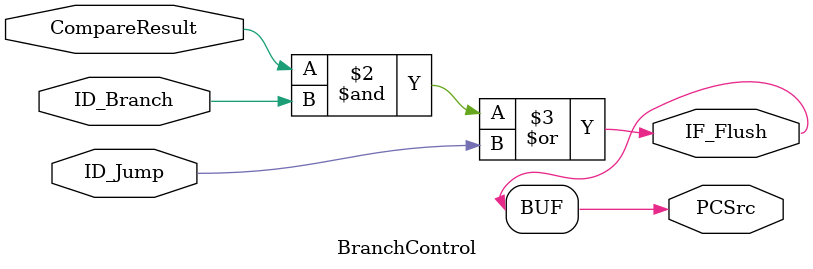
<source format=v>
module BranchControl(
    input wire CompareResult,
    input wire ID_Jump,
    input wire ID_Branch,
    output reg PCSrc,
    output reg IF_Flush
);

    always @(*) begin
        PCSrc = (CompareResult & ID_Branch) | ID_Jump;
        IF_Flush = PCSrc;
    end

endmodule

</source>
